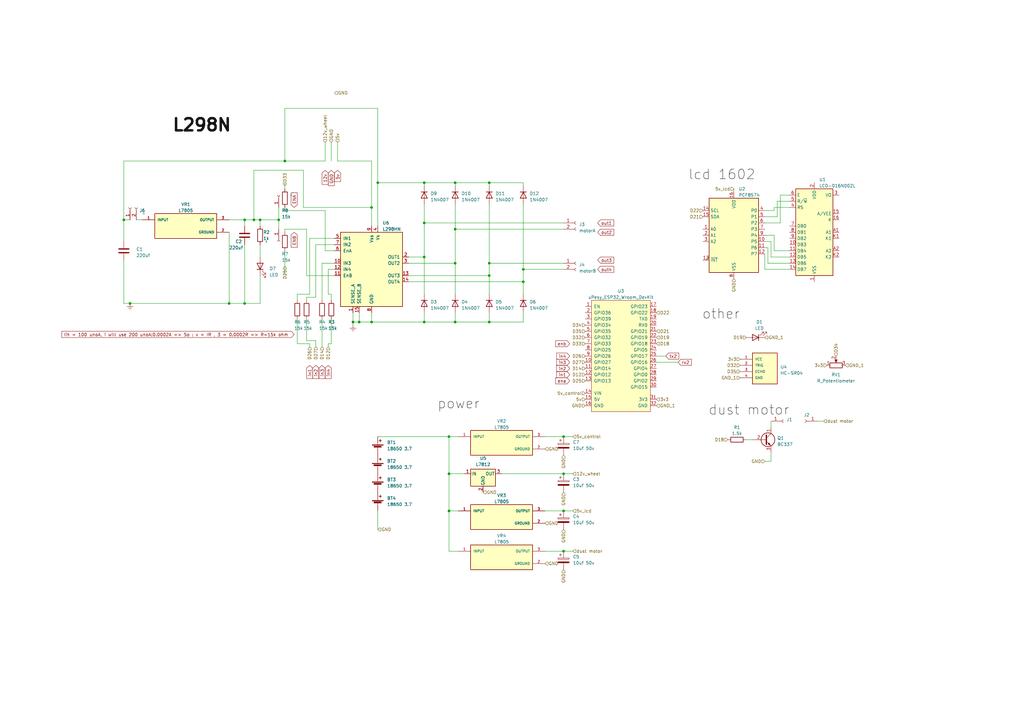
<source format=kicad_sch>
(kicad_sch (version 20230121) (generator eeschema)
  (paper "A3")
  (title_block (title "Suppalerk Prarakkamo"))
  (lib_symbols
    (symbol "Connector:Conn_01x01_Socket" (pin_names (offset 1.016) hide)
      (property "Reference" "J" (at 0 2.54 0))
      (property "Value" "Conn_01x01_Socket" (at 0 -2.54 0))
      (symbol "Conn_01x01_Socket_1_1"
        (polyline (pts (xy -1.27 0) (xy -0.508 0)) (stroke (width 0.1524)))
        (arc (start 0 0.508) (mid -0.5058 0) (end 0 -0.508) (stroke (width 0.1524)))
        (pin passive line (at -5.08 0 0) (length 3.81) (name "Pin_1") (number "1"))
      )
    )
    (symbol "Connector:Conn_01x02_Socket" (pin_names (offset 1.016) hide)
      (property "Reference" "J" (at 0 2.54 0))
      (property "Value" "Conn_01x02_Socket" (at 0 -5.08 0))
      (symbol "Conn_01x02_Socket_1_1"
        (arc (start 0 -2.032) (mid -0.5058 -2.54) (end 0 -3.048) (stroke (width 0.1524)))
        (polyline (pts (xy -1.27 -2.54) (xy -0.508 -2.54)) (stroke (width 0.1524)))
        (polyline (pts (xy -1.27 0) (xy -0.508 0)) (stroke (width 0.1524)))
        (arc (start 0 0.508) (mid -0.5058 0) (end 0 -0.508) (stroke (width 0.1524)))
        (pin passive line (at -5.08 0 0) (length 3.81) (name "Pin_1") (number "1"))
        (pin passive line (at -5.08 -2.54 0) (length 3.81) (name "Pin_2") (number "2"))
      )
    )
    (symbol "Device:Battery_Cell" (pin_numbers hide) (pin_names (offset 0) hide)
      (property "Reference" "BT" (at 2.54 2.54 0))
      (property "Value" "Battery_Cell" (at 2.54 0 0))
      (symbol "Battery_Cell_0_1"
        (rectangle (start -2.286 1.778) (end 2.286 1.524) (fill (type outline)))
        (rectangle (start -1.5748 1.1938) (end 1.4732 0.6858) (fill (type outline)))
        (polyline (pts (xy 0 0.762) (xy 0 0)))
        (polyline (pts (xy 0 1.778) (xy 0 2.54)))
        (polyline (pts (xy 0.508 3.429) (xy 1.524 3.429)) (stroke (width 0.254)))
        (polyline (pts (xy 1.016 3.937) (xy 1.016 2.921)) (stroke (width 0.254)))
      )
      (symbol "Battery_Cell_1_1"
        (pin passive line (at 0 5.08 270) (length 2.54) (name "+") (number "1"))
        (pin passive line (at 0 -2.54 90) (length 2.54) (name "-") (number "2"))
      )
    )
    (symbol "Device:C" (pin_numbers hide) (pin_names (offset 0.254))
      (property "Reference" "C" (at 0.635 2.54 0))
      (property "Value" "C" (at 0.635 -2.54 0))
      (symbol "C_0_1"
        (polyline (pts (xy -2.032 -0.762) (xy 2.032 -0.762)) (stroke (width 0.508)))
        (polyline (pts (xy -2.032 0.762) (xy 2.032 0.762)) (stroke (width 0.508)))
      )
      (symbol "C_1_1"
        (pin passive line (at 0 3.81 270) (length 2.794) (name "~") (number "1"))
        (pin passive line (at 0 -3.81 90) (length 2.794) (name "~") (number "2"))
      )
    )
    (symbol "Device:C_Polarized" (pin_numbers hide) (pin_names (offset 0.254))
      (property "Reference" "C" (at 0.635 2.54 0))
      (property "Value" "C_Polarized" (at 0.635 -2.54 0))
      (symbol "C_Polarized_0_1"
        (rectangle (start -2.286 0.508) (end 2.286 1.016))
        (polyline (pts (xy -1.778 2.286) (xy -0.762 2.286)))
        (polyline (pts (xy -1.27 2.794) (xy -1.27 1.778)))
        (rectangle (start 2.286 -0.508) (end -2.286 -1.016) (fill (type outline)))
      )
      (symbol "C_Polarized_1_1"
        (pin passive line (at 0 3.81 270) (length 2.794) (name "~") (number "1"))
        (pin passive line (at 0 -3.81 90) (length 2.794) (name "~") (number "2"))
      )
    )
    (symbol "Device:LED" (pin_numbers hide) (pin_names (offset 1.016) hide)
      (property "Reference" "D" (at 0 2.54 0))
      (property "Value" "LED" (at 0 -2.54 0))
      (symbol "LED_0_1"
        (polyline (pts (xy -1.27 -1.27) (xy -1.27 1.27)) (stroke (width 0.254)))
        (polyline (pts (xy -1.27 0) (xy 1.27 0)))
        (polyline (pts (xy 1.27 -1.27) (xy 1.27 1.27) (xy -1.27 0) (xy 1.27 -1.27)) (stroke (width 0.254)))
        (polyline (pts (xy -3.048 -0.762) (xy -4.572 -2.286) (xy -3.81 -2.286) (xy -4.572 -2.286) (xy -4.572 -1.524)))
        (polyline (pts (xy -1.778 -0.762) (xy -3.302 -2.286) (xy -2.54 -2.286) (xy -3.302 -2.286) (xy -3.302 -1.524)))
      )
      (symbol "LED_1_1"
        (pin passive line (at -3.81 0 0) (length 2.54) (name "K") (number "1"))
        (pin passive line (at 3.81 0 180) (length 2.54) (name "A") (number "2"))
      )
    )
    (symbol "Device:R" (pin_numbers hide) (pin_names (offset 0))
      (property "Reference" "R" (at 2.032 0 90))
      (property "Value" "R" (at 0 0 90))
      (symbol "R_0_1"
        (rectangle (start -1.016 -2.54) (end 1.016 2.54) (stroke (width 0.254)))
      )
      (symbol "R_1_1"
        (pin passive line (at 0 3.81 270) (length 1.27) (name "~") (number "1"))
        (pin passive line (at 0 -3.81 90) (length 1.27) (name "~") (number "2"))
      )
    )
    (symbol "Device:R_Potentiometer" (pin_names (offset 1.016) hide)
      (property "Reference" "RV" (at -4.445 0 90))
      (property "Value" "R_Potentiometer" (at -2.54 0 90))
      (symbol "R_Potentiometer_0_1"
        (polyline (pts (xy 2.54 0) (xy 1.524 0)))
        (polyline (pts (xy 1.143 0) (xy 2.286 0.508) (xy 2.286 -0.508) (xy 1.143 0)) (fill (type outline)))
        (rectangle (start 1.016 2.54) (end -1.016 -2.54) (stroke (width 0.254)))
      )
      (symbol "R_Potentiometer_1_1"
        (pin passive line (at 0 3.81 270) (length 1.27) (name "1") (number "1"))
        (pin passive line (at 3.81 0 180) (length 1.27) (name "2") (number "2"))
        (pin passive line (at 0 -3.81 90) (length 1.27) (name "3") (number "3"))
      )
    )
    (symbol "Diode:1N4007" (pin_numbers hide) (pin_names hide)
      (property "Reference" "D" (at 0 2.54 0))
      (property "Value" "1N4007" (at 0 -2.54 0))
      (symbol "1N4007_0_1"
        (polyline (pts (xy -1.27 1.27) (xy -1.27 -1.27)) (stroke (width 0.254)))
        (polyline (pts (xy 1.27 0) (xy -1.27 0)))
        (polyline (pts (xy 1.27 1.27) (xy 1.27 -1.27) (xy -1.27 0) (xy 1.27 1.27)) (stroke (width 0.254)))
      )
      (symbol "1N4007_1_1"
        (pin passive line (at -3.81 0 0) (length 2.54) (name "K") (number "1"))
        (pin passive line (at 3.81 0 180) (length 2.54) (name "A") (number "2"))
      )
    )
    (symbol "Display_Character:LCD-016N002L"
      (property "Reference" "U" (at -6.35 18.796 0))
      (property "Value" "LCD-016N002L" (at 8.636 18.796 0))
      (symbol "LCD-016N002L_1_1"
        (rectangle (start -7.62 17.78) (end 7.62 -17.78) (stroke (width 0.254)) (fill (type background)))
        (pin power_in line (at 0 -20.32 90) (length 2.54) (name "VSS") (number "1"))
        (pin bidirectional line (at -10.16 -5.08 0) (length 2.54) (name "DB3") (number "10"))
        (pin bidirectional line (at -10.16 -7.62 0) (length 2.54) (name "DB4") (number "11"))
        (pin bidirectional line (at -10.16 -10.16 0) (length 2.54) (name "DB5") (number "12"))
        (pin bidirectional line (at -10.16 -12.7 0) (length 2.54) (name "DB6") (number "13"))
        (pin bidirectional line (at -10.16 -15.24 0) (length 2.54) (name "DB7") (number "14"))
        (pin power_in line (at 10.16 7.62 180) (length 2.54) (name "A/VEE") (number "15"))
        (pin power_in line (at 10.16 5.08 180) (length 2.54) (name "K") (number "16"))
        (pin power_in line (at 0 20.32 270) (length 2.54) (name "VDD") (number "2"))
        (pin input line (at 10.16 15.24 180) (length 2.54) (name "VO") (number "3"))
        (pin input line (at -10.16 10.16 0) (length 2.54) (name "RS") (number "4"))
        (pin input line (at -10.16 12.7 0) (length 2.54) (name "R/~{W}") (number "5"))
        (pin input line (at -10.16 15.24 0) (length 2.54) (name "E") (number "6"))
        (pin bidirectional line (at -10.16 2.54 0) (length 2.54) (name "DB0") (number "7"))
        (pin bidirectional line (at -10.16 0 0) (length 2.54) (name "DB1") (number "8"))
        (pin bidirectional line (at -10.16 -2.54 0) (length 2.54) (name "DB2") (number "9"))
        (pin power_in line (at 10.16 0 180) (length 2.54) (name "A1") (number "A1"))
        (pin power_in line (at 10.16 -7.62 180) (length 2.54) (name "A2") (number "A2"))
        (pin power_in line (at 10.16 -2.54 180) (length 2.54) (name "K1") (number "K1"))
        (pin power_in line (at 10.16 -10.16 180) (length 2.54) (name "K2") (number "K2"))
      )
    )
    (symbol "Driver_Motor:L298HN" (pin_names (offset 1.016))
      (property "Reference" "U" (at -10.16 16.51 0))
      (property "Value" "L298HN" (at 12.7 16.51 0))
      (symbol "L298HN_0_1"
        (rectangle (start -12.7 15.24) (end 12.7 -15.24) (stroke (width 0.254)) (fill (type background)))
      )
      (symbol "L298HN_1_1"
        (pin power_in line (at -7.62 -17.78 90) (length 2.54) (name "SENSE_A") (number "1"))
        (pin input line (at -15.24 2.54 0) (length 2.54) (name "IN3") (number "10"))
        (pin input line (at -15.24 -2.54 0) (length 2.54) (name "EnB") (number "11"))
        (pin input line (at -15.24 0 0) (length 2.54) (name "IN4") (number "12"))
        (pin output line (at 15.24 -2.54 180) (length 2.54) (name "OUT3") (number "13"))
        (pin output line (at 15.24 -5.08 180) (length 2.54) (name "OUT4") (number "14"))
        (pin power_in line (at -5.08 -17.78 90) (length 2.54) (name "SENSE_B") (number "15"))
        (pin output line (at 15.24 5.08 180) (length 2.54) (name "OUT1") (number "2"))
        (pin output line (at 15.24 2.54 180) (length 2.54) (name "OUT2") (number "3"))
        (pin power_in line (at 2.54 17.78 270) (length 2.54) (name "Vs") (number "4"))
        (pin input line (at -15.24 12.7 0) (length 2.54) (name "IN1") (number "5"))
        (pin input line (at -15.24 7.62 0) (length 2.54) (name "EnA") (number "6"))
        (pin input line (at -15.24 10.16 0) (length 2.54) (name "IN2") (number "7"))
        (pin power_in line (at 0 -17.78 90) (length 2.54) (name "GND") (number "8"))
        (pin power_in line (at 0 17.78 270) (length 2.54) (name "Vss") (number "9"))
      )
    )
    (symbol "HC-SR04:HC-SR04" (pin_names (offset 1.016))
      (property "Reference" "U" (at 0 5.0813 0))
      (property "Value" "HC-SR04" (at 0 -10.163 0))
      (symbol "HC-SR04_0_0"
        (rectangle (start 0 -7.62) (end 10.16 5.08) (stroke (width 0.254)) (fill (type background)))
        (pin power_in line (at -5.08 2.54 0) (length 5.08) (name "VCC") (number "1"))
        (pin bidirectional line (at -5.08 0 0) (length 5.08) (name "TRIG") (number "2"))
        (pin bidirectional line (at -5.08 -2.54 0) (length 5.08) (name "ECHO") (number "3"))
        (pin power_in line (at -5.08 -5.08 0) (length 5.08) (name "GND") (number "4"))
      )
    )
    (symbol "Interface_Expansion:PCF8574"
      (property "Reference" "U" (at -8.89 16.51 0))
      (property "Value" "PCF8574" (at 2.54 16.51 0))
      (symbol "PCF8574_0_1"
        (rectangle (start -10.16 15.24) (end 10.16 -15.24) (stroke (width 0.254)) (fill (type background)))
      )
      (symbol "PCF8574_1_1"
        (pin input line (at -12.7 2.54 0) (length 2.54) (name "A0") (number "1"))
        (pin bidirectional line (at 12.7 -2.54 180) (length 2.54) (name "P5") (number "10"))
        (pin bidirectional line (at 12.7 -5.08 180) (length 2.54) (name "P6") (number "11"))
        (pin bidirectional line (at 12.7 -7.62 180) (length 2.54) (name "P7") (number "12"))
        (pin open_collector output_low (at -12.7 -10.16 0) (length 2.54) (name "~{INT}") (number "13"))
        (pin input line (at -12.7 10.16 0) (length 2.54) (name "SCL") (number "14"))
        (pin bidirectional line (at -12.7 7.62 0) (length 2.54) (name "SDA") (number "15"))
        (pin power_in line (at 0 17.78 270) (length 2.54) (name "VDD") (number "16"))
        (pin input line (at -12.7 0 0) (length 2.54) (name "A1") (number "2"))
        (pin input line (at -12.7 -2.54 0) (length 2.54) (name "A2") (number "3"))
        (pin bidirectional line (at 12.7 10.16 180) (length 2.54) (name "P0") (number "4"))
        (pin bidirectional line (at 12.7 7.62 180) (length 2.54) (name "P1") (number "5"))
        (pin bidirectional line (at 12.7 5.08 180) (length 2.54) (name "P2") (number "6"))
        (pin bidirectional line (at 12.7 2.54 180) (length 2.54) (name "P3") (number "7"))
        (pin power_in line (at 0 -17.78 90) (length 2.54) (name "VSS") (number "8"))
        (pin bidirectional line (at 12.7 0 180) (length 2.54) (name "P4") (number "9"))
      )
    )
    (symbol "L298 Module-cache:L7812" (pin_names (offset 0.254))
      (property "Reference" "U" (at -3.81 3.175 0))
      (property "Value" "L7812" (at 0 3.175 0))
      (symbol "L7812_0_1"
        (rectangle (start -5.08 1.905) (end 5.08 -5.08) (stroke (width 0.254)) (fill (type background)))
      )
      (symbol "L7812_1_1"
        (pin power_in line (at -7.62 0 0) (length 2.54) (name "IN") (number "1"))
        (pin power_in line (at 0 -7.62 90) (length 2.54) (name "GND") (number "2"))
        (pin power_out line (at 7.62 0 180) (length 2.54) (name "OUT") (number "3"))
      )
    )
    (symbol "L7805:L7805" (pin_names (offset 1.016))
      (property "Reference" "VR" (at -12.7 5.842 0))
      (property "Value" "L7805" (at -12.7 -7.62 0))
      (symbol "L7805_0_0"
        (rectangle (start -12.7 -5.08) (end 12.7 5.08) (stroke (width 0.254)) (fill (type background)))
        (pin input line (at -17.78 2.54 0) (length 5.08) (name "INPUT") (number "1"))
        (pin power_in line (at 17.78 -2.54 180) (length 5.08) (name "GROUND") (number "2"))
        (pin output line (at 17.78 2.54 180) (length 5.08) (name "OUTPUT") (number "3"))
      )
    )
    (symbol "Transistor_BJT:BC337" (pin_names (offset 0) hide)
      (property "Reference" "Q" (at 5.08 1.905 0))
      (property "Value" "BC337" (at 5.08 0 0))
      (symbol "BC337_0_1"
        (polyline (pts (xy 0 0) (xy 0.635 0)))
        (polyline (pts (xy 0.635 0.635) (xy 2.54 2.54)))
        (polyline (pts (xy 0.635 -0.635) (xy 2.54 -2.54) (xy 2.54 -2.54)))
        (polyline (pts (xy 0.635 1.905) (xy 0.635 -1.905) (xy 0.635 -1.905)) (stroke (width 0.508)))
        (polyline (pts (xy 1.27 -1.778) (xy 1.778 -1.27) (xy 2.286 -2.286) (xy 1.27 -1.778) (xy 1.27 -1.778)) (fill (type outline)))
        (circle (center 1.27 0) (radius 2.8194) (stroke (width 0.254)))
      )
      (symbol "BC337_1_1"
        (pin passive line (at 2.54 5.08 270) (length 2.54) (name "C") (number "1"))
        (pin input line (at -5.08 0 0) (length 5.08) (name "B") (number "2"))
        (pin passive line (at 2.54 -5.08 90) (length 2.54) (name "E") (number "3"))
      )
    )
    (symbol "power:Earth" (power) (pin_names (offset 0))
      (symbol "Earth_0_1"
        (polyline (pts (xy -0.635 -1.905) (xy 0.635 -1.905)))
        (polyline (pts (xy -0.127 -2.54) (xy 0.127 -2.54)))
        (polyline (pts (xy 0 -1.27) (xy 0 0)))
        (polyline (pts (xy 1.27 -1.27) (xy -1.27 -1.27)))
      )
      (symbol "Earth_1_1"
        (pin power_in line (at 0 0 270) (length 0) hide (name "Earth") (number "1"))
      )
    )
    (symbol "uPesy:uPesy_ESP32_Wroom_DevKit" (pin_names (offset 1.016))
      (property "Reference" "U" (at 0 26.67 0))
      (property "Value" "uPesy_ESP32_Wroom_DevKit" (at 0 -24.13 0))
      (symbol "uPesy_ESP32_Wroom_DevKit_0_0"
        (pin bidirectional line (at -13.97 -1.27 0) (length 2.54) (name "GPIO27") (number "10"))
        (pin bidirectional line (at -13.97 -3.81 0) (length 2.54) (name "GPIO14") (number "11"))
        (pin bidirectional line (at -13.97 -6.35 0) (length 2.54) (name "GPIO12") (number "12"))
        (pin bidirectional line (at -13.97 -8.89 0) (length 2.54) (name "GPIO13") (number "13"))
        (pin power_out line (at -13.97 -16.51 0) (length 2.54) (name "5V") (number "15"))
        (pin power_out line (at -13.97 -19.05 0) (length 2.54) (name "GND") (number "16"))
        (pin bidirectional line (at 15.24 21.59 180) (length 2.54) (name "GPIO23") (number "17"))
        (pin bidirectional line (at 15.24 19.05 180) (length 2.54) (name "GPIO22") (number "18"))
        (pin bidirectional line (at 15.24 16.51 180) (length 2.54) (name "TX0") (number "19"))
        (pin bidirectional line (at 15.24 13.97 180) (length 2.54) (name "RX0") (number "20"))
        (pin bidirectional line (at 15.24 11.43 180) (length 2.54) (name "GPIO21") (number "21"))
        (pin bidirectional line (at 15.24 8.89 180) (length 2.54) (name "GPIO19") (number "22"))
        (pin bidirectional line (at 15.24 6.35 180) (length 2.54) (name "GPIO18") (number "23"))
        (pin bidirectional line (at 15.24 3.81 180) (length 2.54) (name "GPIO5") (number "24"))
        (pin bidirectional line (at 15.24 1.27 180) (length 2.54) (name "GPIO17") (number "25"))
        (pin bidirectional line (at 15.24 -1.27 180) (length 2.54) (name "GPIO16") (number "26"))
        (pin bidirectional line (at 15.24 -3.81 180) (length 2.54) (name "GPIO4") (number "27"))
        (pin bidirectional line (at 15.24 -6.35 180) (length 2.54) (name "GPIO0") (number "28"))
        (pin bidirectional line (at 15.24 -8.89 180) (length 2.54) (name "GPIO2") (number "29"))
        (pin bidirectional line (at 15.24 -11.43 180) (length 2.54) (name "GPIO15") (number "30"))
        (pin power_out line (at 15.24 -16.51 180) (length 2.54) (name "3V3") (number "31"))
        (pin power_out line (at 15.24 -19.05 180) (length 2.54) (name "GND") (number "32"))
        (pin bidirectional line (at -13.97 1.27 0) (length 2.54) (name "GPIO26") (number "9"))
      )
      (symbol "uPesy_ESP32_Wroom_DevKit_0_1"
        (rectangle (start -11.43 24.13) (end 12.7 -21.59) (fill (type background)))
        (pin bidirectional line (at -13.97 3.81 0) (length 2.54) (name "GPIO25") (number "8"))
      )
      (symbol "uPesy_ESP32_Wroom_DevKit_1_1"
        (pin input line (at -13.97 21.59 0) (length 2.54) (name "EN") (number "1"))
        (pin power_in line (at -13.97 -13.97 0) (length 2.54) (name "VIN") (number "14"))
        (pin input line (at -13.97 19.05 0) (length 2.54) (name "GPIO36") (number "2"))
        (pin input line (at -13.97 16.51 0) (length 2.54) (name "GPIO39") (number "3"))
        (pin input line (at -13.97 13.97 0) (length 2.54) (name "GPIO34") (number "4"))
        (pin input line (at -13.97 11.43 0) (length 2.54) (name "GPIO35") (number "5"))
        (pin bidirectional line (at -13.97 8.89 0) (length 2.54) (name "GPIO32") (number "6"))
        (pin bidirectional line (at -13.97 6.35 0) (length 2.54) (name "GPIO33") (number "7"))
      )
    )
  )
  (junction (at 106.68 90.17))
  (junction (at 144.78 132.08))
  (junction (at 100.33 124.46))
  (junction (at 186.69 93.98))
  (junction (at 186.69 132.08))
  (junction (at 173.99 105.41))
  (junction (at 184.15 209.55))
  (junction (at 200.66 74.93))
  (junction (at 231.14 226.06))
  (junction (at 173.99 74.93))
  (junction (at 186.69 107.95))
  (junction (at 231.14 179.07))
  (junction (at 186.69 74.93))
  (junction (at 173.99 132.08))
  (junction (at 154.94 74.93))
  (junction (at 214.63 115.57))
  (junction (at 100.33 90.17))
  (junction (at 200.66 107.95))
  (junction (at 173.99 91.44))
  (junction (at 147.32 132.08))
  (junction (at 184.15 179.07))
  (junction (at 152.4 85.09))
  (junction (at 114.3 90.17))
  (junction (at 214.63 110.49))
  (junction (at 200.66 113.03))
  (junction (at 116.84 66.04))
  (junction (at 50.8 90.17))
  (junction (at 231.14 209.55))
  (junction (at 231.14 194.31))
  (junction (at 104.14 90.17))
  (junction (at 93.98 124.46))
  (junction (at 152.4 132.08))
  (junction (at 53.34 124.46))
  (junction (at 184.15 194.31))
  (junction (at 200.66 132.08))
  (wire (pts (xy 127 120.65) (xy 121.92 120.65)))
  (wire (pts (xy 173.99 91.44) (xy 173.99 105.41)))
  (wire (pts (xy 316.23 99.06) (xy 316.23 105.41)))
  (wire (pts (xy 116.84 74.93) (xy 116.84 77.47)))
  (wire (pts (xy 93.98 124.46) (xy 100.33 124.46)))
  (wire (pts (xy 184.15 209.55) (xy 184.15 226.06)))
  (wire (pts (xy 144.78 132.08) (xy 144.78 128.27)))
  (wire (pts (xy 135.89 130.81) (xy 135.89 140.97)))
  (wire (pts (xy 320.04 80.01) (xy 323.85 80.01)))
  (wire (pts (xy 50.8 90.17) (xy 50.8 99.06)))
  (wire (pts (xy 127 97.79) (xy 127 120.65)))
  (wire (pts (xy 121.92 130.81) (xy 121.92 140.97)))
  (wire (pts (xy 152.4 128.27) (xy 152.4 132.08)))
  (wire (pts (xy 134.62 140.97) (xy 134.62 142.24)))
  (wire (pts (xy 124.46 69.85) (xy 104.14 69.85)))
  (wire (pts (xy 173.99 132.08) (xy 186.69 132.08)))
  (wire (pts (xy 132.08 130.81) (xy 132.08 142.24)))
  (wire (pts (xy 173.99 91.44) (xy 231.14 91.44)))
  (wire (pts (xy 313.69 104.14) (xy 313.69 110.49)))
  (wire (pts (xy 173.99 83.82) (xy 173.99 91.44)))
  (wire (pts (xy 184.15 194.31) (xy 190.5 194.31)))
  (wire (pts (xy 200.66 74.93) (xy 214.63 74.93)))
  (wire (pts (xy 133.35 102.87) (xy 133.35 86.36)))
  (wire (pts (xy 147.32 132.08) (xy 152.4 132.08)))
  (wire (pts (xy 154.94 44.45) (xy 154.94 74.93)))
  (wire (pts (xy 200.66 113.03) (xy 200.66 120.65)))
  (wire (pts (xy 144.78 132.08) (xy 144.78 133.35)))
  (wire (pts (xy 106.68 113.03) (xy 106.68 124.46)))
  (wire (pts (xy 214.63 110.49) (xy 214.63 115.57)))
  (wire (pts (xy 152.4 132.08) (xy 173.99 132.08)))
  (wire (pts (xy 147.32 128.27) (xy 147.32 132.08)))
  (wire (pts (xy 50.8 124.46) (xy 53.34 124.46)))
  (wire (pts (xy 223.52 209.55) (xy 231.14 209.55)))
  (wire (pts (xy 134.62 120.65) (xy 135.89 120.65)))
  (wire (pts (xy 106.68 90.17) (xy 114.3 90.17)))
  (wire (pts (xy 186.69 128.27) (xy 186.69 132.08)))
  (wire (pts (xy 125.73 130.81) (xy 125.73 139.7)))
  (wire (pts (xy 135.89 120.65) (xy 135.89 123.19)))
  (wire (pts (xy 335.28 172.72) (xy 337.82 172.72)))
  (wire (pts (xy 114.3 90.17) (xy 114.3 93.98)))
  (wire (pts (xy 184.15 209.55) (xy 187.96 209.55)))
  (wire (pts (xy 205.74 194.31) (xy 231.14 194.31)))
  (wire (pts (xy 127 142.24) (xy 127 140.97)))
  (wire (pts (xy 116.84 102.87) (xy 116.84 113.03)))
  (wire (pts (xy 93.98 90.17) (xy 100.33 90.17)))
  (wire (pts (xy 134.62 110.49) (xy 134.62 120.65)))
  (wire (pts (xy 114.3 85.09) (xy 114.3 90.17)))
  (wire (pts (xy 186.69 83.82) (xy 186.69 93.98)))
  (wire (pts (xy 106.68 100.33) (xy 106.68 105.41)))
  (wire (pts (xy 116.84 66.04) (xy 133.35 66.04)))
  (wire (pts (xy 184.15 226.06) (xy 187.96 226.06)))
  (wire (pts (xy 167.64 113.03) (xy 200.66 113.03)))
  (wire (pts (xy 125.73 113.03) (xy 125.73 93.98)))
  (wire (pts (xy 214.63 110.49) (xy 231.14 110.49)))
  (wire (pts (xy 50.8 106.68) (xy 50.8 124.46)))
  (wire (pts (xy 154.94 44.45) (xy 116.84 44.45)))
  (wire (pts (xy 317.5 102.87) (xy 323.85 102.87)))
  (wire (pts (xy 186.69 74.93) (xy 200.66 74.93)))
  (wire (pts (xy 214.63 83.82) (xy 214.63 110.49)))
  (wire (pts (xy 313.69 91.44) (xy 320.04 91.44)))
  (wire (pts (xy 154.94 209.55) (xy 154.94 217.17)))
  (wire (pts (xy 223.52 226.06) (xy 231.14 226.06)))
  (wire (pts (xy 320.04 91.44) (xy 320.04 80.01)))
  (wire (pts (xy 147.32 132.08) (xy 144.78 132.08)))
  (wire (pts (xy 318.77 82.55) (xy 323.85 82.55)))
  (wire (pts (xy 231.14 209.55) (xy 234.95 209.55)))
  (wire (pts (xy 186.69 93.98) (xy 231.14 93.98)))
  (wire (pts (xy 124.46 85.09) (xy 152.4 85.09)))
  (wire (pts (xy 106.68 124.46) (xy 100.33 124.46)))
  (wire (pts (xy 116.84 44.45) (xy 116.84 66.04)))
  (wire (pts (xy 200.66 107.95) (xy 200.66 113.03)))
  (wire (pts (xy 93.98 95.25) (xy 93.98 124.46)))
  (wire (pts (xy 133.35 58.42) (xy 133.35 66.04)))
  (wire (pts (xy 125.73 93.98) (xy 116.84 93.98)))
  (wire (pts (xy 173.99 128.27) (xy 173.99 132.08)))
  (wire (pts (xy 125.73 113.03) (xy 137.16 113.03)))
  (wire (pts (xy 306.07 180.34) (xy 308.61 180.34)))
  (wire (pts (xy 152.4 66.04) (xy 152.4 85.09)))
  (wire (pts (xy 214.63 74.93) (xy 214.63 76.2)))
  (wire (pts (xy 186.69 132.08) (xy 200.66 132.08)))
  (wire (pts (xy 106.68 90.17) (xy 106.68 92.71)))
  (wire (pts (xy 124.46 69.85) (xy 124.46 85.09)))
  (wire (pts (xy 154.94 179.07) (xy 184.15 179.07)))
  (wire (pts (xy 214.63 132.08) (xy 214.63 128.27)))
  (wire (pts (xy 314.96 107.95) (xy 323.85 107.95)))
  (wire (pts (xy 135.89 140.97) (xy 134.62 140.97)))
  (wire (pts (xy 135.89 58.42) (xy 135.89 66.04)))
  (wire (pts (xy 200.66 128.27) (xy 200.66 132.08)))
  (wire (pts (xy 100.33 90.17) (xy 104.14 90.17)))
  (wire (pts (xy 116.84 85.09) (xy 116.84 86.36)))
  (wire (pts (xy 318.77 88.9) (xy 318.77 82.55)))
  (wire (pts (xy 317.5 86.36) (xy 317.5 85.09)))
  (wire (pts (xy 167.64 115.57) (xy 214.63 115.57)))
  (wire (pts (xy 200.66 107.95) (xy 231.14 107.95)))
  (wire (pts (xy 127 140.97) (xy 121.92 140.97)))
  (wire (pts (xy 300.99 77.47) (xy 300.99 78.74)))
  (wire (pts (xy 132.08 107.95) (xy 137.16 107.95)))
  (wire (pts (xy 200.66 83.82) (xy 200.66 107.95)))
  (wire (pts (xy 269.24 148.59) (xy 278.13 148.59)))
  (wire (pts (xy 214.63 115.57) (xy 214.63 120.65)))
  (wire (pts (xy 154.94 74.93) (xy 173.99 74.93)))
  (wire (pts (xy 100.33 90.17) (xy 100.33 92.71)))
  (wire (pts (xy 116.84 93.98) (xy 116.84 95.25)))
  (wire (pts (xy 53.34 124.46) (xy 93.98 124.46)))
  (wire (pts (xy 313.69 110.49) (xy 323.85 110.49)))
  (wire (pts (xy 313.69 99.06) (xy 316.23 99.06)))
  (wire (pts (xy 316.23 189.23) (xy 316.23 185.42)))
  (wire (pts (xy 223.52 179.07) (xy 231.14 179.07)))
  (wire (pts (xy 138.43 58.42) (xy 138.43 66.04)))
  (wire (pts (xy 125.73 121.92) (xy 125.73 123.19)))
  (wire (pts (xy 129.54 121.92) (xy 125.73 121.92)))
  (wire (pts (xy 313.69 189.23) (xy 316.23 189.23)))
  (wire (pts (xy 184.15 194.31) (xy 184.15 209.55)))
  (wire (pts (xy 200.66 74.93) (xy 200.66 76.2)))
  (wire (pts (xy 137.16 100.33) (xy 129.54 100.33)))
  (wire (pts (xy 313.69 88.9) (xy 318.77 88.9)))
  (wire (pts (xy 55.88 90.17) (xy 58.42 90.17)))
  (wire (pts (xy 186.69 107.95) (xy 186.69 120.65)))
  (wire (pts (xy 116.84 86.36) (xy 133.35 86.36)))
  (wire (pts (xy 313.69 96.52) (xy 317.5 96.52)))
  (wire (pts (xy 186.69 93.98) (xy 186.69 107.95)))
  (wire (pts (xy 50.8 66.04) (xy 116.84 66.04)))
  (wire (pts (xy 154.94 74.93) (xy 154.94 92.71)))
  (wire (pts (xy 316.23 105.41) (xy 323.85 105.41)))
  (wire (pts (xy 314.96 101.6) (xy 314.96 107.95)))
  (wire (pts (xy 231.14 179.07) (xy 234.95 179.07)))
  (wire (pts (xy 50.8 90.17) (xy 50.8 66.04)))
  (wire (pts (xy 313.69 86.36) (xy 317.5 86.36)))
  (wire (pts (xy 129.54 100.33) (xy 129.54 121.92)))
  (wire (pts (xy 132.08 107.95) (xy 132.08 123.19)))
  (wire (pts (xy 200.66 132.08) (xy 214.63 132.08)))
  (wire (pts (xy 104.14 90.17) (xy 106.68 90.17)))
  (wire (pts (xy 173.99 74.93) (xy 186.69 74.93)))
  (wire (pts (xy 100.33 100.33) (xy 100.33 124.46)))
  (wire (pts (xy 317.5 96.52) (xy 317.5 102.87)))
  (wire (pts (xy 137.16 102.87) (xy 133.35 102.87)))
  (wire (pts (xy 231.14 226.06) (xy 234.95 226.06)))
  (wire (pts (xy 317.5 85.09) (xy 323.85 85.09)))
  (wire (pts (xy 231.14 194.31) (xy 234.95 194.31)))
  (wire (pts (xy 138.43 66.04) (xy 152.4 66.04)))
  (wire (pts (xy 53.34 90.17) (xy 50.8 90.17)))
  (wire (pts (xy 173.99 74.93) (xy 173.99 76.2)))
  (wire (pts (xy 173.99 105.41) (xy 173.99 120.65)))
  (wire (pts (xy 167.64 107.95) (xy 186.69 107.95)))
  (wire (pts (xy 316.23 172.72) (xy 316.23 175.26)))
  (wire (pts (xy 129.54 139.7) (xy 129.54 142.24)))
  (wire (pts (xy 184.15 179.07) (xy 184.15 194.31)))
  (wire (pts (xy 167.64 105.41) (xy 173.99 105.41)))
  (wire (pts (xy 184.15 179.07) (xy 187.96 179.07)))
  (wire (pts (xy 269.24 146.05) (xy 273.05 146.05)))
  (wire (pts (xy 134.62 110.49) (xy 137.16 110.49)))
  (wire (pts (xy 121.92 120.65) (xy 121.92 123.19)))
  (wire (pts (xy 137.16 97.79) (xy 127 97.79)))
  (wire (pts (xy 186.69 74.93) (xy 186.69 76.2)))
  (wire (pts (xy 152.4 85.09) (xy 152.4 92.71)))
  (wire (pts (xy 104.14 69.85) (xy 104.14 90.17)))
  (wire (pts (xy 313.69 101.6) (xy 314.96 101.6)))
  (wire (pts (xy 125.73 139.7) (xy 129.54 139.7)))
  (label "power" (at 196.85 168.91 180) (effects (font (size 4 4))))
  (label "lcd 1602" (at 309.88 74.93 180) (effects (font (size 4 4))))
  (label "other" (at 303.53 132.08 180) (effects (font (size 4 4))))
  (label "dust motor" (at 323.85 171.45 180) (effects (font (size 4 4))))
  (label "L298N" (at 95.25 55.88 180) (effects (font (size 5 5) bold)))
  (global_label "ENA" (shape input) (at 120.65 85.09 90) (property "Intersheetrefs" "${INTERSHEET_REFS}" (effects hide)))
  (global_label "in4" (shape input) (at 233.68 146.05 180) (property "Intersheetrefs" "${INTERSHEET_REFS}" (effects hide)))
  (global_label "12v" (shape input) (at 133.35 69.85 270) (property "Intersheetrefs" "${INTERSHEET_REFS}" (effects hide)))
  (global_label "in1" (shape input) (at 127 149.86 270) (property "Intersheetrefs" "${INTERSHEET_REFS}" (effects hide)))
  (global_label "Iih = 100 unoA, i will use 200 unoA:0.0002A => So : v = IR , 3 = 0.0002R => R=15k ohm " (shape input) (at 120.65 137.16 180) (property "Intersheetrefs" "${INTERSHEET_REFS}" (effects hide)))
  (global_label "in2" (shape input) (at 129.54 149.86 270) (property "Intersheetrefs" "${INTERSHEET_REFS}" (effects hide)))
  (global_label "5v" (shape input) (at 138.43 69.85 270) (property "Intersheetrefs" "${INTERSHEET_REFS}" (effects hide)))
  (global_label "in3" (shape input) (at 132.08 149.86 270) (property "Intersheetrefs" "${INTERSHEET_REFS}" (effects hide)))
  (global_label "in3" (shape input) (at 233.68 148.59 180) (property "Intersheetrefs" "${INTERSHEET_REFS}" (effects hide)))
  (global_label "out3" (shape input) (at 245.11 106.68 0) (property "Intersheetrefs" "${INTERSHEET_REFS}" (effects hide)))
  (global_label "tx2" (shape input) (at 273.05 146.05 0) (property "Intersheetrefs" "${INTERSHEET_REFS}" (effects hide)))
  (global_label "in4" (shape input) (at 134.62 149.86 270) (property "Intersheetrefs" "${INTERSHEET_REFS}" (effects hide)))
  (global_label "out2" (shape input) (at 245.11 95.25 0) (property "Intersheetrefs" "${INTERSHEET_REFS}" (effects hide)))
  (global_label "ena" (shape input) (at 233.68 156.21 180) (property "Intersheetrefs" "${INTERSHEET_REFS}" (effects hide)))
  (global_label "enb" (shape input) (at 233.68 140.97 180) (property "Intersheetrefs" "${INTERSHEET_REFS}" (effects hide)))
  (global_label "ENB" (shape input) (at 120.65 95.25 270) (property "Intersheetrefs" "${INTERSHEET_REFS}" (effects hide)))
  (global_label "out1" (shape input) (at 245.11 91.44 0) (property "Intersheetrefs" "${INTERSHEET_REFS}" (effects hide)))
  (global_label "GND" (shape input) (at 135.89 69.85 270) (property "Intersheetrefs" "${INTERSHEET_REFS}" (effects hide)))
  (global_label "in2" (shape input) (at 233.68 151.13 180) (property "Intersheetrefs" "${INTERSHEET_REFS}" (effects hide)))
  (global_label "out4" (shape input) (at 245.11 110.49 0) (property "Intersheetrefs" "${INTERSHEET_REFS}" (effects hide)))
  (global_label "rx2" (shape input) (at 278.13 148.59 0) (property "Intersheetrefs" "${INTERSHEET_REFS}" (effects hide)))
  (global_label "in1" (shape input) (at 233.68 153.67 180) (property "Intersheetrefs" "${INTERSHEET_REFS}" (effects hide)))
  (hierarchical_label "D27" (shape input) (at 129.54 142.24 270))
  (hierarchical_label "GND" (shape input) (at 137.16 38.1 0))
  (hierarchical_label "GND" (shape input) (at 135.89 58.42 90))
  (hierarchical_label "5v_control" (shape input) (at 240.03 161.29 180))
  (hierarchical_label "D18" (shape input) (at 269.24 140.97 0))
  (hierarchical_label "GND" (shape input) (at 313.69 189.23 180))
  (hierarchical_label "D26" (shape input) (at 240.03 146.05 180))
  (hierarchical_label "D35" (shape input) (at 240.03 135.89 180))
  (hierarchical_label "D19" (shape input) (at 306.07 138.43 180))
  (hierarchical_label "D34" (shape input) (at 342.9 146.05 90))
  (hierarchical_label "D26" (shape input) (at 127 142.24 270))
  (hierarchical_label "D22" (shape input) (at 269.24 128.27 0))
  (hierarchical_label "D21" (shape input) (at 269.24 135.89 0))
  (hierarchical_label "5v" (shape input) (at 138.43 58.42 90))
  (hierarchical_label "D32" (shape input) (at 303.53 149.86 180))
  (hierarchical_label "GND_1" (shape input) (at 346.71 149.86 0))
  (hierarchical_label "GND" (shape input) (at 198.12 201.93 0))
  (hierarchical_label "D18" (shape input) (at 298.45 180.34 180))
  (hierarchical_label "GND_1" (shape input) (at 313.69 138.43 0))
  (hierarchical_label "GND_1" (shape input) (at 269.24 166.37 0))
  (hierarchical_label "D33" (shape input) (at 240.03 140.97 180))
  (hierarchical_label "5v_lcd" (shape input) (at 234.95 209.55 0))
  (hierarchical_label "GND_1" (shape input) (at 303.53 154.94 180))
  (hierarchical_label "D21" (shape input) (at 288.29 88.9 180))
  (hierarchical_label "12v_wheel" (shape input) (at 234.95 194.31 0))
  (hierarchical_label "D22" (shape input) (at 288.29 86.36 180))
  (hierarchical_label "D27" (shape input) (at 240.03 148.59 180))
  (hierarchical_label "D35" (shape input) (at 303.53 152.4 180))
  (hierarchical_label "GND" (shape input) (at 231.14 186.69 270))
  (hierarchical_label "D19" (shape input) (at 269.24 138.43 0))
  (hierarchical_label "5v" (shape input) (at 240.03 163.83 180))
  (hierarchical_label "D25" (shape input) (at 240.03 156.21 180))
  (hierarchical_label "GND" (shape input) (at 223.52 214.63 0))
  (hierarchical_label "5v_lcd" (shape input) (at 300.99 77.47 180))
  (hierarchical_label "GND" (shape input) (at 300.99 114.3 270))
  (hierarchical_label "GND" (shape input) (at 231.14 201.93 270))
  (hierarchical_label "D34" (shape input) (at 240.03 133.35 180))
  (hierarchical_label "D14" (shape input) (at 240.03 151.13 180))
  (hierarchical_label "dust motor" (shape input) (at 337.82 172.72 0))
  (hierarchical_label "GND" (shape input) (at 154.94 217.17 0))
  (hierarchical_label "3v3" (shape input) (at 303.53 147.32 180))
  (hierarchical_label "GND" (shape input) (at 231.14 217.17 270))
  (hierarchical_label "D25" (shape input) (at 116.84 109.22 270))
  (hierarchical_label "3v3" (shape input) (at 269.24 163.83 0))
  (hierarchical_label "D32" (shape input) (at 240.03 138.43 180))
  (hierarchical_label "GND" (shape input) (at 223.52 184.15 0))
  (hierarchical_label "D14" (shape input) (at 132.08 142.24 270))
  (hierarchical_label "D33" (shape input) (at 116.84 76.2 90))
  (hierarchical_label "D12" (shape input) (at 240.03 153.67 180))
  (hierarchical_label "dust motor" (shape input) (at 234.95 226.06 0))
  (hierarchical_label "3v3" (shape input) (at 339.09 149.86 180))
  (hierarchical_label "GND" (shape input) (at 240.03 166.37 180))
  (hierarchical_label "GND" (shape input) (at 223.52 231.14 0))
  (hierarchical_label "12v_wheel" (shape input) (at 133.35 58.42 90))
  (hierarchical_label "5v_control" (shape input) (at 234.95 179.07 0))
  (hierarchical_label "GND" (shape input) (at 231.14 233.68 270))
  (hierarchical_label "D12" (shape input) (at 134.62 142.24 270))
  (symbol (lib_id "power:Earth") (at 144.78 133.35 0) (unit 1)
    (property "Reference" "#PWR01" (effects hide))
    (property "Value" "Earth" (effects hide))
  )
  (symbol (lib_id "uPesy:uPesy_ESP32_Wroom_DevKit") (at 254 147.32 0) (unit 1)
    (property "Reference" "U3" (at 254.635 119.38 0))
    (property "Value" "uPesy_ESP32_Wroom_DevKit" (at 254.635 121.92 0))
    (property "Footprint" "esp32:uPesy_ESP32_Wroom_DevKit" (effects hide))
    (property "Datasheet" "https://www.upesy.com/products/upesy-esp32-wroom-devkit-board" (effects hide))
  )
  (symbol (lib_id "Device:C") (at 100.33 96.52 0) (unit 1)
    (property "Reference" "C2" (at 96.52 99.06 0) (effects (justify left)))
    (property "Value" "220uf" (at 93.98 101.6 0) (effects (justify left)))
    (property "Footprint" "Capacitor_THT:CP_Axial_L10.0mm_D4.5mm_P15.00mm_Horizontal" (effects hide))
  )
  (symbol (lib_id "Device:C_Polarized") (at 231.14 213.36 0) (unit 1)
    (property "Reference" "C4" (at 234.95 211.836 0) (effects (justify left)))
    (property "Value" "10uf 50v" (at 234.95 214.376 0) (effects (justify left)))
    (property "Footprint" "Capacitor_SMD:CP_Elec_4x3.9" (effects hide))
  )
  (symbol (lib_id "L7805:L7805") (at 205.74 228.6 0) (unit 1)
    (property "Reference" "VR4" (at 205.74 219.71 0))
    (property "Value" "L7805" (at 205.74 222.25 0))
    (property "Footprint" "L7805:L7805" (effects hide))
    (property "PARTREV" "36" (effects hide))
    (property "STANDARD" "IPC 7351B" (effects hide))
    (property "MAXIMUM_PACKAGE_HEIGHT" "20 mm" (effects hide))
    (property "MANUFACTURER" "STMicroelectronics" (effects hide))
  )
  (symbol (lib_id "HC-SR04:HC-SR04") (at 308.61 149.86 0) (unit 1)
    (property "Reference" "U4" (at 320.04 150.495 0) (effects (justify left)))
    (property "Value" "HC-SR04" (at 320.04 153.035 0) (effects (justify left)))
    (property "Footprint" "HC-SR04:HC-SR04" (effects hide))
    (property "MANUFACTURER" "Osepp" (effects hide))
  )
  (symbol (lib_id "Device:Battery_Cell") (at 154.94 184.15 0) (unit 1)
    (property "Reference" "BT1" (at 158.75 181.483 0) (effects (justify left)))
    (property "Value" "18650 3.7" (at 158.75 184.023 0) (effects (justify left)))
    (property "Footprint" "Battery:BatteryHolder_Keystone_1042_1x18650" (effects hide))
  )
  (symbol (lib_id "Connector:Conn_01x02_Socket") (at 236.22 91.44 0) (unit 1)
    (property "Reference" "J3" (at 237.49 92.075 0) (effects (justify left)))
    (property "Value" "motorA" (at 237.49 94.615 0) (effects (justify left)))
    (property "Footprint" "Connector_PinSocket_1.27mm:PinSocket_1x02_P1.27mm_Vertical" (effects hide))
  )
  (symbol (lib_id "Diode:1N4007") (at 214.63 124.46 270) (unit 1)
    (property "Reference" "D6" (at 217.17 123.825 90) (effects (justify left)))
    (property "Value" "1N4007" (at 217.17 126.365 90) (effects (justify left)))
    (property "Footprint" "Diode_THT:D_DO-41_SOD81_P10.16mm_Horizontal" (effects hide))
    (property "Datasheet" "http://www.vishay.com/docs/88503/1n4001.pdf" (effects hide))
    (property "Sim.Device" "D" (effects hide))
    (property "Sim.Pins" "1=K 2=A" (effects hide))
  )
  (symbol (lib_id "Diode:1N4007") (at 186.69 124.46 270) (unit 1)
    (property "Reference" "D4" (at 189.23 123.825 90) (effects (justify left)))
    (property "Value" "1N4007" (at 189.23 126.365 90) (effects (justify left)))
    (property "Footprint" "Diode_THT:D_DO-41_SOD81_P10.16mm_Horizontal" (effects hide))
    (property "Datasheet" "http://www.vishay.com/docs/88503/1n4001.pdf" (effects hide))
    (property "Sim.Device" "D" (effects hide))
    (property "Sim.Pins" "1=K 2=A" (effects hide))
  )
  (symbol (lib_id "Device:Battery_Cell") (at 154.94 207.01 0) (unit 1)
    (property "Reference" "BT4" (at 158.75 204.343 0) (effects (justify left)))
    (property "Value" "18650 3.7" (at 158.75 206.883 0) (effects (justify left)))
    (property "Footprint" "Battery:BatteryHolder_Keystone_1042_1x18650" (effects hide))
  )
  (symbol (lib_id "Connector:Conn_01x02_Socket") (at 53.34 85.09 90) (unit 1)
    (property "Reference" "J6" (at 57.15 86.36 90) (effects (justify right)))
    (property "Value" "~" (at 58.42 87.63 90) (effects (justify right)))
    (property "Footprint" "Connector_PinSocket_1.00mm:PinSocket_1x02_P1.00mm_Vertical" (effects hide))
  )
  (symbol (lib_id "Device:R_Potentiometer") (at 342.9 149.86 90) (unit 1)
    (property "Reference" "RV1" (at 342.9 153.67 90))
    (property "Value" "R_Potentiometer" (at 342.9 156.21 90))
    (property "Footprint" "Potentiometer_THT:Potentiometer_Alps_RK097_Single_Horizontal" (effects hide))
  )
  (symbol (lib_id "Device:R") (at 116.84 99.06 180) (unit 1)
    (property "Reference" "R7" (at 115.57 104.14 0) (effects (justify right)))
    (property "Value" "15k" (at 115.57 106.68 0) (effects (justify right)))
    (property "Footprint" "Resistor_THT:R_Axial_DIN0204_L3.6mm_D1.6mm_P2.54mm_Vertical" (effects hide))
  )
  (symbol (lib_id "L7805:L7805") (at 76.2 92.71 0) (unit 1)
    (property "Reference" "VR1" (at 76.2 83.82 0))
    (property "Value" "L7805" (at 76.2 86.36 0))
    (property "Footprint" "L7805:L7805" (effects hide))
    (property "PARTREV" "36" (effects hide))
    (property "STANDARD" "IPC 7351B" (effects hide))
    (property "MAXIMUM_PACKAGE_HEIGHT" "20 mm" (effects hide))
    (property "MANUFACTURER" "STMicroelectronics" (effects hide))
  )
  (symbol (lib_id "Device:R") (at 125.73 127 180) (unit 1)
    (property "Reference" "R5" (at 124.46 132.08 0) (effects (justify right)))
    (property "Value" "15k" (at 124.46 134.62 0) (effects (justify right)))
    (property "Footprint" "Resistor_THT:R_Axial_DIN0204_L3.6mm_D1.6mm_P2.54mm_Vertical" (effects hide))
  )
  (symbol (lib_id "Driver_Motor:L298HN") (at 152.4 110.49 0) (unit 1)
    (property "Reference" "U6" (at 156.8959 91.44 0) (effects (justify left)))
    (property "Value" "L298HN" (at 156.8959 93.98 0) (effects (justify left)))
    (property "Footprint" "Package_TO_SOT_THT:TO-220-15_P2.54x2.54mm_StaggerOdd_Lead5.84mm_TabDown" (effects hide))
    (property "Datasheet" "http://www.st.com/st-web-ui/static/active/en/resource/technical/document/datasheet/CD00000240.pdf" (effects hide))
  )
  (symbol (lib_id "Diode:1N4007") (at 186.69 80.01 270) (unit 1)
    (property "Reference" "D10" (at 189.23 79.375 90) (effects (justify left)))
    (property "Value" "1N4007" (at 189.23 81.915 90) (effects (justify left)))
    (property "Footprint" "Diode_THT:D_DO-41_SOD81_P10.16mm_Horizontal" (effects hide))
    (property "Datasheet" "http://www.vishay.com/docs/88503/1n4001.pdf" (effects hide))
    (property "Sim.Device" "D" (effects hide))
    (property "Sim.Pins" "1=K 2=A" (effects hide))
  )
  (symbol (lib_id "Device:R") (at 302.26 180.34 270) (unit 1)
    (property "Reference" "R1" (at 302.26 175.26 90))
    (property "Value" "1.5k" (at 302.26 177.8 90))
    (property "Footprint" "Resistor_THT:R_Axial_DIN0204_L3.6mm_D1.6mm_P2.54mm_Vertical" (effects hide))
  )
  (symbol (lib_id "Device:LED") (at 309.88 138.43 180) (unit 1)
    (property "Reference" "D1" (at 311.4675 132.08 0))
    (property "Value" "LED" (at 311.4675 134.62 0))
    (property "Footprint" "LED_THT:LED_D3.0mm_Horizontal_O1.27mm_Z2.0mm" (effects hide))
  )
  (symbol (lib_id "L7805:L7805") (at 205.74 212.09 0) (unit 1)
    (property "Reference" "VR3" (at 205.74 203.2 0))
    (property "Value" "L7805" (at 205.74 205.74 0))
    (property "Footprint" "L7805:L7805" (effects hide))
    (property "PARTREV" "36" (effects hide))
    (property "STANDARD" "IPC 7351B" (effects hide))
    (property "MAXIMUM_PACKAGE_HEIGHT" "20 mm" (effects hide))
    (property "MANUFACTURER" "STMicroelectronics" (effects hide))
  )
  (symbol (lib_id "Connector:Conn_01x01_Socket") (at 330.2 172.72 180) (unit 1)
    (property "Reference" "J2" (at 330.835 170.18 0))
    (property "Value" "+ motor" (effects hide))
    (property "Footprint" "Connector_PinSocket_1.27mm:PinSocket_1x01_P1.27mm_Vertical" (effects hide))
  )
  (symbol (lib_id "Transistor_BJT:BC337") (at 313.69 180.34 0) (unit 1)
    (property "Reference" "Q1" (at 318.77 179.705 0) (effects (justify left)))
    (property "Value" "BC337" (at 318.77 182.245 0) (effects (justify left)))
    (property "Footprint" "Package_TO_SOT_THT:TO-92_Inline" (effects hide))
    (property "Datasheet" "https://diotec.com/tl_files/diotec/files/pdf/datasheets/bc337.pdf" (effects hide))
  )
  (symbol (lib_id "Device:R") (at 106.68 96.52 0) (unit 1)
    (property "Reference" "R2" (at 107.95 95.25 0) (effects (justify left)))
    (property "Value" "1k" (at 107.95 97.79 0) (effects (justify left)))
    (property "Footprint" "Resistor_THT:R_Axial_DIN0204_L3.6mm_D1.6mm_P2.54mm_Vertical" (effects hide))
  )
  (symbol (lib_id "Device:R") (at 135.89 127 180) (unit 1)
    (property "Reference" "R3" (at 134.62 132.08 0) (effects (justify right)))
    (property "Value" "15k" (at 134.62 134.62 0) (effects (justify right)))
    (property "Footprint" "Resistor_THT:R_Axial_DIN0204_L3.6mm_D1.6mm_P2.54mm_Vertical" (effects hide))
  )
  (symbol (lib_id "Device:R") (at 116.84 81.28 180) (unit 1)
    (property "Reference" "R8" (at 115.57 86.36 0) (effects (justify right)))
    (property "Value" "15k" (at 115.57 88.9 0) (effects (justify right)))
    (property "Footprint" "Resistor_THT:R_Axial_DIN0204_L3.6mm_D1.6mm_P2.54mm_Vertical" (effects hide))
  )
  (symbol (lib_id "L298 Module-cache:L7812") (at 198.12 194.31 0) (unit 1)
    (property "Reference" "U5" (at 198.12 187.96 0))
    (property "Value" "L7812" (at 198.12 190.5 0))
    (property "Footprint" "L7805:L7805" (effects hide))
  )
  (symbol (lib_id "Device:LED") (at 106.68 109.22 90) (unit 1)
    (property "Reference" "D7" (at 110.49 110.1725 90) (effects (justify right)))
    (property "Value" "LED" (at 110.49 112.7125 90) (effects (justify right)))
    (property "Footprint" "LED_SMD:LED_0201_0603Metric" (effects hide))
  )
  (symbol (lib_id "Display_Character:LCD-016N002L") (at 334.01 95.25 0) (unit 1)
    (property "Reference" "U1" (at 335.9659 73.66 0) (effects (justify left)))
    (property "Value" "LCD-016N002L" (at 335.9659 76.2 0) (effects (justify left)))
    (property "Footprint" "Display:LCD-016N002L" (effects hide))
    (property "Datasheet" "http://www.vishay.com/docs/37299/37299.pdf" (effects hide))
  )
  (symbol (lib_id "Device:C_Polarized") (at 231.14 198.12 0) (unit 1)
    (property "Reference" "C3" (at 234.95 196.596 0) (effects (justify left)))
    (property "Value" "10uf 50v" (at 234.95 199.136 0) (effects (justify left)))
    (property "Footprint" "Capacitor_SMD:CP_Elec_4x3.9" (effects hide))
  )
  (symbol (lib_id "L7805:L7805") (at 205.74 181.61 0) (unit 1)
    (property "Reference" "VR2" (at 205.74 172.72 0))
    (property "Value" "L7805" (at 205.74 175.26 0))
    (property "Footprint" "L7805:L7805" (effects hide))
    (property "PARTREV" "36" (effects hide))
    (property "STANDARD" "IPC 7351B" (effects hide))
    (property "MAXIMUM_PACKAGE_HEIGHT" "20 mm" (effects hide))
    (property "MANUFACTURER" "STMicroelectronics" (effects hide))
  )
  (symbol (lib_id "Connector:Conn_01x02_Socket") (at 236.22 107.95 0) (unit 1)
    (property "Reference" "J4" (at 237.49 108.585 0) (effects (justify left)))
    (property "Value" "motorB" (at 237.49 111.125 0) (effects (justify left)))
    (property "Footprint" "Connector_PinSocket_1.27mm:PinSocket_1x02_P1.27mm_Vertical" (effects hide))
  )
  (symbol (lib_id "Diode:1N4007") (at 173.99 124.46 270) (unit 1)
    (property "Reference" "D3" (at 176.53 123.825 90) (effects (justify left)))
    (property "Value" "1N4007" (at 176.53 126.365 90) (effects (justify left)))
    (property "Footprint" "Diode_THT:D_DO-41_SOD81_P10.16mm_Horizontal" (effects hide))
    (property "Datasheet" "http://www.vishay.com/docs/88503/1n4001.pdf" (effects hide))
    (property "Sim.Device" "D" (effects hide))
    (property "Sim.Pins" "1=K 2=A" (effects hide))
  )
  (symbol (lib_id "Device:C_Polarized") (at 231.14 182.88 0) (unit 1)
    (property "Reference" "C7" (at 234.95 181.356 0) (effects (justify left)))
    (property "Value" "10uf 50v" (at 234.95 183.896 0) (effects (justify left)))
    (property "Footprint" "Capacitor_SMD:CP_Elec_4x3.9" (effects hide))
  )
  (symbol (lib_id "Diode:1N4007") (at 173.99 80.01 270) (unit 1)
    (property "Reference" "D9" (at 176.53 79.375 90) (effects (justify left)))
    (property "Value" "1N4007" (at 176.53 81.915 90) (effects (justify left)))
    (property "Footprint" "Diode_THT:D_DO-41_SOD81_P10.16mm_Horizontal" (effects hide))
    (property "Datasheet" "http://www.vishay.com/docs/88503/1n4001.pdf" (effects hide))
    (property "Sim.Device" "D" (effects hide))
    (property "Sim.Pins" "1=K 2=A" (effects hide))
  )
  (symbol (lib_id "Interface_Expansion:PCF8574") (at 300.99 96.52 0) (unit 1)
    (property "Reference" "U2" (at 302.9459 77.47 0) (effects (justify left)))
    (property "Value" "PCF8574" (at 302.9459 80.01 0) (effects (justify left)))
    (property "Footprint" "PCF8574:DIL16" (effects hide))
    (property "Datasheet" "http://www.nxp.com/documents/data_sheet/PCF8574_PCF8574A.pdf" (effects hide))
  )
  (symbol (lib_id "Connector:Conn_01x01_Socket") (at 321.31 172.72 0) (unit 1)
    (property "Reference" "J1" (at 322.58 172.085 0) (effects (justify left)))
    (property "Value" "- motor" (effects hide))
    (property "Footprint" "Connector_PinSocket_1.27mm:PinSocket_1x01_P1.27mm_Vertical" (effects hide))
  )
  (symbol (lib_id "Diode:1N4007") (at 200.66 124.46 270) (unit 1)
    (property "Reference" "D5" (at 203.2 123.825 90) (effects (justify left)))
    (property "Value" "1N4007" (at 203.2 126.365 90) (effects (justify left)))
    (property "Footprint" "Diode_THT:D_DO-41_SOD81_P10.16mm_Horizontal" (effects hide))
    (property "Datasheet" "http://www.vishay.com/docs/88503/1n4001.pdf" (effects hide))
    (property "Sim.Device" "D" (effects hide))
    (property "Sim.Pins" "1=K 2=A" (effects hide))
  )
  (symbol (lib_id "Connector:Conn_01x01_Socket") (at 114.3 80.01 90) (unit 1)
    (property "Reference" ".2" (effects hide))
    (property "Value" "~" (at 119.38 80.01 0))
    (property "Footprint" "Connector_PinSocket_1.27mm:PinSocket_1x01_P1.27mm_Vertical" (effects hide))
  )
  (symbol (lib_id "Device:C") (at 50.8 102.87 0) (unit 1)
    (property "Reference" "C1" (at 55.88 102.235 0) (effects (justify left)))
    (property "Value" "220uf" (at 55.88 104.775 0) (effects (justify left)))
    (property "Footprint" "Capacitor_THT:CP_Axial_L10.0mm_D4.5mm_P15.00mm_Horizontal" (effects hide))
  )
  (symbol (lib_id "Diode:1N4007") (at 200.66 80.01 270) (unit 1)
    (property "Reference" "D11" (at 203.2 79.375 90) (effects (justify left)))
    (property "Value" "1N4007" (at 203.2 81.915 90) (effects (justify left)))
    (property "Footprint" "Diode_THT:D_DO-41_SOD81_P10.16mm_Horizontal" (effects hide))
    (property "Datasheet" "http://www.vishay.com/docs/88503/1n4001.pdf" (effects hide))
    (property "Sim.Device" "D" (effects hide))
    (property "Sim.Pins" "1=K 2=A" (effects hide))
  )
  (symbol (lib_id "Device:Battery_Cell") (at 154.94 191.77 0) (unit 1)
    (property "Reference" "BT2" (at 158.75 189.103 0) (effects (justify left)))
    (property "Value" "18650 3.7" (at 158.75 191.643 0) (effects (justify left)))
    (property "Footprint" "Battery:BatteryHolder_Keystone_1042_1x18650" (effects hide))
  )
  (symbol (lib_id "Diode:1N4007") (at 214.63 80.01 270) (unit 1)
    (property "Reference" "D12" (at 217.17 79.375 90) (effects (justify left)))
    (property "Value" "1N4007" (at 217.17 81.915 90) (effects (justify left)))
    (property "Footprint" "Diode_THT:D_DO-41_SOD81_P10.16mm_Horizontal" (effects hide))
    (property "Datasheet" "http://www.vishay.com/docs/88503/1n4001.pdf" (effects hide))
    (property "Sim.Device" "D" (effects hide))
    (property "Sim.Pins" "1=K 2=A" (effects hide))
  )
  (symbol (lib_id "Device:Battery_Cell") (at 154.94 199.39 0) (unit 1)
    (property "Reference" "BT3" (at 158.75 196.723 0) (effects (justify left)))
    (property "Value" "18650 3.7" (at 158.75 199.263 0) (effects (justify left)))
    (property "Footprint" "Battery:BatteryHolder_Keystone_1042_1x18650" (effects hide))
  )
  (symbol (lib_id "Device:R") (at 132.08 127 180) (unit 1)
    (property "Reference" "R4" (at 130.81 132.08 0) (effects (justify right)))
    (property "Value" "15k" (at 130.81 134.62 0) (effects (justify right)))
    (property "Footprint" "Resistor_THT:R_Axial_DIN0204_L3.6mm_D1.6mm_P2.54mm_Vertical" (effects hide))
  )
  (symbol (lib_id "Device:R") (at 121.92 127 180) (unit 1)
    (property "Reference" "R6" (at 120.65 132.08 0) (effects (justify right)))
    (property "Value" "15k" (at 120.65 134.62 0) (effects (justify right)))
    (property "Footprint" "Resistor_THT:R_Axial_DIN0204_L3.6mm_D1.6mm_P2.54mm_Vertical" (effects hide))
  )
  (symbol (lib_id "power:Earth") (at 53.34 124.46 0) (unit 1)
    (property "Reference" "#PWR03" (effects hide))
    (property "Value" "Earth" (effects hide))
  )
  (symbol (lib_id "Device:C_Polarized") (at 231.14 229.87 0) (unit 1)
    (property "Reference" "C5" (at 234.95 228.346 0) (effects (justify left)))
    (property "Value" "10uf 50v" (at 234.95 230.886 0) (effects (justify left)))
    (property "Footprint" "Capacitor_SMD:CP_Elec_4x3.9" (effects hide))
  )
  (symbol (lib_id "Connector:Conn_01x01_Socket") (at 114.3 99.06 270) (unit 1)
    (property "Reference" ".1" (effects hide))
    (property "Value" "~" (at 109.22 99.06 0))
    (property "Footprint" "Connector_PinSocket_1.27mm:PinSocket_1x01_P1.27mm_Vertical" (effects hide))
  )
)
</source>
